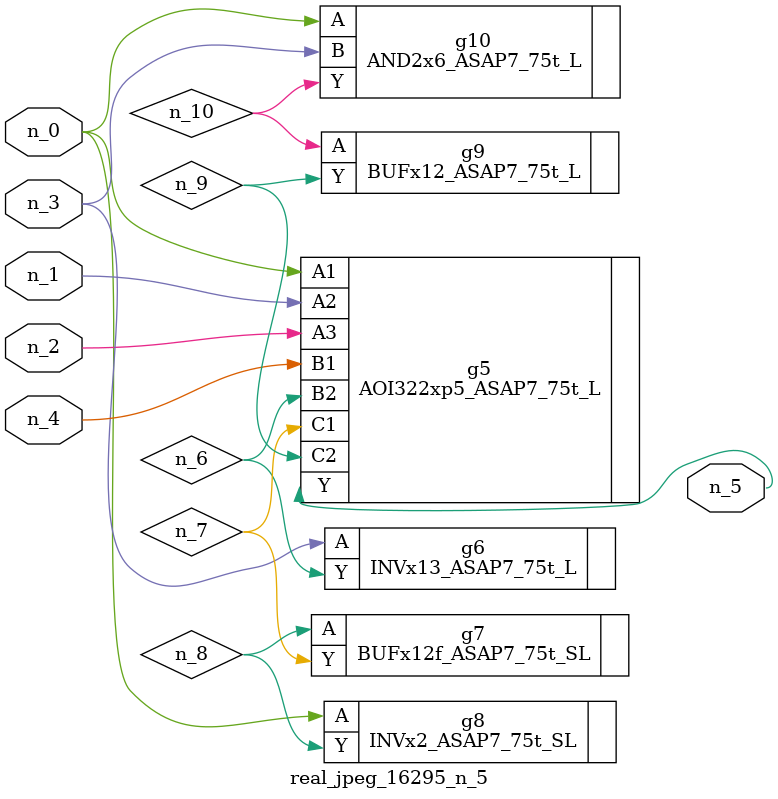
<source format=v>
module real_jpeg_16295_n_5 (n_4, n_0, n_1, n_2, n_3, n_5);

input n_4;
input n_0;
input n_1;
input n_2;
input n_3;

output n_5;

wire n_8;
wire n_6;
wire n_7;
wire n_10;
wire n_9;

AOI322xp5_ASAP7_75t_L g5 ( 
.A1(n_0),
.A2(n_1),
.A3(n_2),
.B1(n_4),
.B2(n_6),
.C1(n_7),
.C2(n_9),
.Y(n_5)
);

INVx2_ASAP7_75t_SL g8 ( 
.A(n_0),
.Y(n_8)
);

AND2x6_ASAP7_75t_L g10 ( 
.A(n_0),
.B(n_3),
.Y(n_10)
);

INVx13_ASAP7_75t_L g6 ( 
.A(n_3),
.Y(n_6)
);

BUFx12f_ASAP7_75t_SL g7 ( 
.A(n_8),
.Y(n_7)
);

BUFx12_ASAP7_75t_L g9 ( 
.A(n_10),
.Y(n_9)
);


endmodule
</source>
